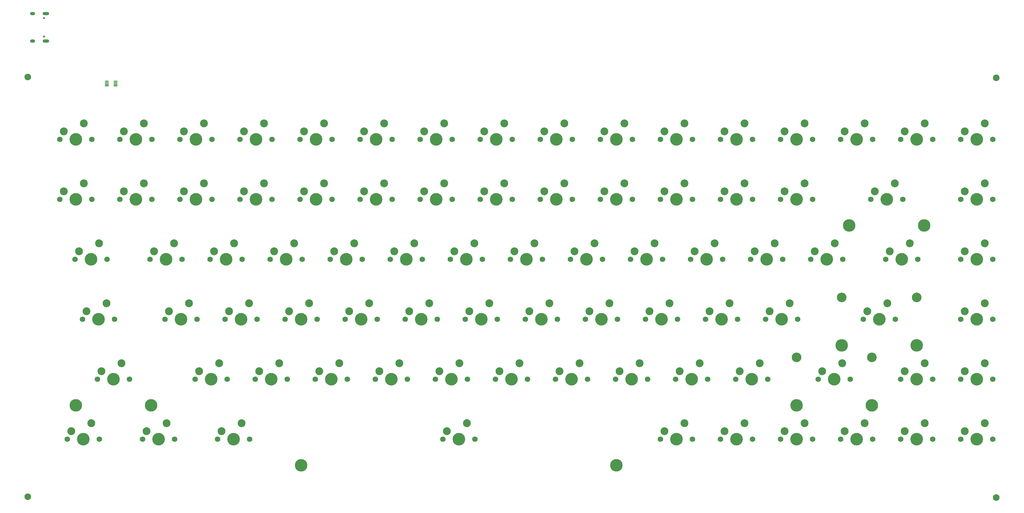
<source format=gbr>
%TF.GenerationSoftware,KiCad,Pcbnew,9.0.3*%
%TF.CreationDate,2025-12-04T16:15:47+02:00*%
%TF.ProjectId,MyCustom_75Keeb,4d794375-7374-46f6-9d5f-37354b656562,2.0.0*%
%TF.SameCoordinates,Original*%
%TF.FileFunction,Soldermask,Top*%
%TF.FilePolarity,Negative*%
%FSLAX46Y46*%
G04 Gerber Fmt 4.6, Leading zero omitted, Abs format (unit mm)*
G04 Created by KiCad (PCBNEW 9.0.3) date 2025-12-04 16:15:47*
%MOMM*%
%LPD*%
G01*
G04 APERTURE LIST*
G04 Aperture macros list*
%AMRoundRect*
0 Rectangle with rounded corners*
0 $1 Rounding radius*
0 $2 $3 $4 $5 $6 $7 $8 $9 X,Y pos of 4 corners*
0 Add a 4 corners polygon primitive as box body*
4,1,4,$2,$3,$4,$5,$6,$7,$8,$9,$2,$3,0*
0 Add four circle primitives for the rounded corners*
1,1,$1+$1,$2,$3*
1,1,$1+$1,$4,$5*
1,1,$1+$1,$6,$7*
1,1,$1+$1,$8,$9*
0 Add four rect primitives between the rounded corners*
20,1,$1+$1,$2,$3,$4,$5,0*
20,1,$1+$1,$4,$5,$6,$7,0*
20,1,$1+$1,$6,$7,$8,$9,0*
20,1,$1+$1,$8,$9,$2,$3,0*%
G04 Aperture macros list end*
%ADD10C,1.750000*%
%ADD11C,4.000000*%
%ADD12C,2.500000*%
%ADD13C,3.987800*%
%ADD14C,2.100000*%
%ADD15C,3.048000*%
%ADD16RoundRect,0.087500X0.537500X0.087500X-0.537500X0.087500X-0.537500X-0.087500X0.537500X-0.087500X0*%
%ADD17C,0.650000*%
%ADD18O,1.600000X1.000000*%
%ADD19O,2.100000X1.000000*%
G04 APERTURE END LIST*
D10*
%TO.C,SW70*%
X228282500Y-114300000D03*
D11*
X233362500Y-114300000D03*
D10*
X238442500Y-114300000D03*
D12*
X229552500Y-111760000D03*
X235902500Y-109220000D03*
%TD*%
D10*
%TO.C,SW81*%
X261620000Y-133350000D03*
D11*
X266700000Y-133350000D03*
D10*
X271780000Y-133350000D03*
D12*
X262890000Y-130810000D03*
X269240000Y-128270000D03*
%TD*%
D10*
%TO.C,SW19*%
X71120000Y-57150000D03*
D11*
X76200000Y-57150000D03*
D10*
X81280000Y-57150000D03*
D12*
X72390000Y-54610000D03*
X78740000Y-52070000D03*
%TD*%
D10*
%TO.C,SW66*%
X152082500Y-114300000D03*
D11*
X157162500Y-114300000D03*
D10*
X162242500Y-114300000D03*
D12*
X153352500Y-111760000D03*
X159702500Y-109220000D03*
%TD*%
D10*
%TO.C,SW65*%
X133032500Y-114300000D03*
D11*
X138112500Y-114300000D03*
D10*
X143192500Y-114300000D03*
D12*
X134302500Y-111760000D03*
X140652500Y-109220000D03*
%TD*%
D10*
%TO.C,SW33*%
X61595000Y-76200000D03*
D11*
X66675000Y-76200000D03*
D10*
X71755000Y-76200000D03*
D12*
X62865000Y-73660000D03*
X69215000Y-71120000D03*
%TD*%
D10*
%TO.C,SW56*%
X218757500Y-95250000D03*
D11*
X223837500Y-95250000D03*
D10*
X228917500Y-95250000D03*
D12*
X220027500Y-92710000D03*
X226377500Y-90170000D03*
%TD*%
D10*
%TO.C,SW3*%
X71120000Y-38100000D03*
D11*
X76200000Y-38100000D03*
D10*
X81280000Y-38100000D03*
D12*
X72390000Y-35560000D03*
X78740000Y-33020000D03*
%TD*%
D10*
%TO.C,SW77*%
X83026250Y-133350000D03*
D11*
X88106250Y-133350000D03*
D10*
X93186250Y-133350000D03*
D12*
X84296250Y-130810000D03*
X90646250Y-128270000D03*
%TD*%
D10*
%TO.C,SW11*%
X223520000Y-38100000D03*
D11*
X228600000Y-38100000D03*
D10*
X233680000Y-38100000D03*
D12*
X224790000Y-35560000D03*
X231140000Y-33020000D03*
%TD*%
D10*
%TO.C,SW15*%
X299720000Y-38100000D03*
D11*
X304800000Y-38100000D03*
D10*
X309880000Y-38100000D03*
D12*
X300990000Y-35560000D03*
X307340000Y-33020000D03*
%TD*%
D10*
%TO.C,SW29*%
X261620000Y-57150000D03*
D11*
X266700000Y-57150000D03*
D10*
X271780000Y-57150000D03*
D12*
X262890000Y-54610000D03*
X269240000Y-52070000D03*
%TD*%
D10*
%TO.C,SW32*%
X37782500Y-76200000D03*
D11*
X42862500Y-76200000D03*
D10*
X47942500Y-76200000D03*
D12*
X39052500Y-73660000D03*
X45402500Y-71120000D03*
%TD*%
D10*
%TO.C,SW44*%
X271145000Y-76200000D03*
D11*
X276225000Y-76200000D03*
D10*
X281305000Y-76200000D03*
D12*
X272415000Y-73660000D03*
X278765000Y-71120000D03*
%TD*%
D13*
%TO.C,S6*%
X283368750Y-65405000D03*
X307181250Y-65405000D03*
%TD*%
D10*
%TO.C,SW40*%
X194945000Y-76200000D03*
D11*
X200025000Y-76200000D03*
D10*
X205105000Y-76200000D03*
D12*
X196215000Y-73660000D03*
X202565000Y-71120000D03*
%TD*%
D10*
%TO.C,SW71*%
X247332500Y-114300000D03*
D11*
X252412500Y-114300000D03*
D10*
X257492500Y-114300000D03*
D12*
X248602500Y-111760000D03*
X254952500Y-109220000D03*
%TD*%
D10*
%TO.C,SW30*%
X290195000Y-57150000D03*
D11*
X295275000Y-57150000D03*
D10*
X300355000Y-57150000D03*
D12*
X291465000Y-54610000D03*
X297815000Y-52070000D03*
%TD*%
D10*
%TO.C,SW1*%
X33020000Y-38100000D03*
D11*
X38100000Y-38100000D03*
D10*
X43180000Y-38100000D03*
D12*
X34290000Y-35560000D03*
X40640000Y-33020000D03*
%TD*%
D10*
%TO.C,SW12*%
X242570000Y-38100000D03*
D11*
X247650000Y-38100000D03*
D10*
X252730000Y-38100000D03*
D12*
X243840000Y-35560000D03*
X250190000Y-33020000D03*
%TD*%
D10*
%TO.C,SW47*%
X40163750Y-95250000D03*
D11*
X45243750Y-95250000D03*
D10*
X50323750Y-95250000D03*
D12*
X41433750Y-92710000D03*
X47783750Y-90170000D03*
%TD*%
D10*
%TO.C,SW73*%
X299720000Y-114300000D03*
D11*
X304800000Y-114300000D03*
D10*
X309880000Y-114300000D03*
D12*
X300990000Y-111760000D03*
X307340000Y-109220000D03*
%TD*%
D10*
%TO.C,SW54*%
X180657500Y-95250000D03*
D11*
X185737500Y-95250000D03*
D10*
X190817500Y-95250000D03*
D12*
X181927500Y-92710000D03*
X188277500Y-90170000D03*
%TD*%
D14*
%TO.C,H4*%
X22862446Y-151585029D03*
%TD*%
D13*
%TO.C,S2*%
X38100000Y-122555000D03*
X61912500Y-122555000D03*
%TD*%
D10*
%TO.C,SW74*%
X318770000Y-114300000D03*
D11*
X323850000Y-114300000D03*
D10*
X328930000Y-114300000D03*
D12*
X320040000Y-111760000D03*
X326390000Y-109220000D03*
%TD*%
D10*
%TO.C,SW59*%
X287813750Y-95250000D03*
D11*
X292893750Y-95250000D03*
D10*
X297973750Y-95250000D03*
D12*
X289083750Y-92710000D03*
X295433750Y-90170000D03*
%TD*%
D10*
%TO.C,SW26*%
X204470000Y-57150000D03*
D11*
X209550000Y-57150000D03*
D10*
X214630000Y-57150000D03*
D12*
X205740000Y-54610000D03*
X212090000Y-52070000D03*
%TD*%
D10*
%TO.C,SW23*%
X147320000Y-57150000D03*
D11*
X152400000Y-57150000D03*
D10*
X157480000Y-57150000D03*
D12*
X148590000Y-54610000D03*
X154940000Y-52070000D03*
%TD*%
D10*
%TO.C,SW37*%
X137795000Y-76200000D03*
D11*
X142875000Y-76200000D03*
D10*
X147955000Y-76200000D03*
D12*
X139065000Y-73660000D03*
X145415000Y-71120000D03*
%TD*%
D10*
%TO.C,SW2*%
X52070000Y-38100000D03*
D11*
X57150000Y-38100000D03*
D10*
X62230000Y-38100000D03*
D12*
X53340000Y-35560000D03*
X59690000Y-33020000D03*
%TD*%
D10*
%TO.C,SW43*%
X252095000Y-76200000D03*
D11*
X257175000Y-76200000D03*
D10*
X262255000Y-76200000D03*
D12*
X253365000Y-73660000D03*
X259715000Y-71120000D03*
%TD*%
D10*
%TO.C,SW36*%
X118745000Y-76200000D03*
D11*
X123825000Y-76200000D03*
D10*
X128905000Y-76200000D03*
D12*
X120015000Y-73660000D03*
X126365000Y-71120000D03*
%TD*%
D10*
%TO.C,SW20*%
X90170000Y-57150000D03*
D11*
X95250000Y-57150000D03*
D10*
X100330000Y-57150000D03*
D12*
X91440000Y-54610000D03*
X97790000Y-52070000D03*
%TD*%
D10*
%TO.C,SW69*%
X209232500Y-114300000D03*
D11*
X214312500Y-114300000D03*
D10*
X219392500Y-114300000D03*
D12*
X210502500Y-111760000D03*
X216852500Y-109220000D03*
%TD*%
D10*
%TO.C,SW4*%
X90170000Y-38100000D03*
D11*
X95250000Y-38100000D03*
D10*
X100330000Y-38100000D03*
D12*
X91440000Y-35560000D03*
X97790000Y-33020000D03*
%TD*%
D10*
%TO.C,SW46*%
X318770000Y-76200000D03*
D11*
X323850000Y-76200000D03*
D10*
X328930000Y-76200000D03*
D12*
X320040000Y-73660000D03*
X326390000Y-71120000D03*
%TD*%
D14*
%TO.C,H2*%
X330012446Y-151835029D03*
%TD*%
D10*
%TO.C,SW18*%
X52070000Y-57150000D03*
D11*
X57150000Y-57150000D03*
D10*
X62230000Y-57150000D03*
D12*
X53340000Y-54610000D03*
X59690000Y-52070000D03*
%TD*%
D10*
%TO.C,SW50*%
X104457500Y-95250000D03*
D11*
X109537500Y-95250000D03*
D10*
X114617500Y-95250000D03*
D12*
X105727500Y-92710000D03*
X112077500Y-90170000D03*
%TD*%
D10*
%TO.C,SW53*%
X161607500Y-95250000D03*
D11*
X166687500Y-95250000D03*
D10*
X171767500Y-95250000D03*
D12*
X162877500Y-92710000D03*
X169227500Y-90170000D03*
%TD*%
D10*
%TO.C,SW67*%
X171132500Y-114300000D03*
D11*
X176212500Y-114300000D03*
D10*
X181292500Y-114300000D03*
D12*
X172402500Y-111760000D03*
X178752500Y-109220000D03*
%TD*%
D15*
%TO.C,S5*%
X266700000Y-107315000D03*
D13*
X266700000Y-122555000D03*
D15*
X290512500Y-107315000D03*
D13*
X290512500Y-122555000D03*
%TD*%
D10*
%TO.C,SW35*%
X99695000Y-76200000D03*
D11*
X104775000Y-76200000D03*
D10*
X109855000Y-76200000D03*
D12*
X100965000Y-73660000D03*
X107315000Y-71120000D03*
%TD*%
D10*
%TO.C,SW38*%
X156845000Y-76200000D03*
D11*
X161925000Y-76200000D03*
D10*
X167005000Y-76200000D03*
D12*
X158115000Y-73660000D03*
X164465000Y-71120000D03*
%TD*%
D10*
%TO.C,SW17*%
X33020000Y-57150000D03*
D11*
X38100000Y-57150000D03*
D10*
X43180000Y-57150000D03*
D12*
X34290000Y-54610000D03*
X40640000Y-52070000D03*
%TD*%
D10*
%TO.C,SW60*%
X318770000Y-95250000D03*
D11*
X323850000Y-95250000D03*
D10*
X328930000Y-95250000D03*
D12*
X320040000Y-92710000D03*
X326390000Y-90170000D03*
%TD*%
D10*
%TO.C,SW28*%
X242570000Y-57150000D03*
D11*
X247650000Y-57150000D03*
D10*
X252730000Y-57150000D03*
D12*
X243840000Y-54610000D03*
X250190000Y-52070000D03*
%TD*%
D10*
%TO.C,SW21*%
X109220000Y-57150000D03*
D11*
X114300000Y-57150000D03*
D10*
X119380000Y-57150000D03*
D12*
X110490000Y-54610000D03*
X116840000Y-52070000D03*
%TD*%
D10*
%TO.C,SW68*%
X190182500Y-114300000D03*
D11*
X195262500Y-114300000D03*
D10*
X200342500Y-114300000D03*
D12*
X191452500Y-111760000D03*
X197802500Y-109220000D03*
%TD*%
D10*
%TO.C,SW41*%
X213995000Y-76200000D03*
D11*
X219075000Y-76200000D03*
D10*
X224155000Y-76200000D03*
D12*
X215265000Y-73660000D03*
X221615000Y-71120000D03*
%TD*%
D10*
%TO.C,SW55*%
X199707500Y-95250000D03*
D11*
X204787500Y-95250000D03*
D10*
X209867500Y-95250000D03*
D12*
X200977500Y-92710000D03*
X207327500Y-90170000D03*
%TD*%
D10*
%TO.C,SW58*%
X256857500Y-95250000D03*
D11*
X261937500Y-95250000D03*
D10*
X267017500Y-95250000D03*
D12*
X258127500Y-92710000D03*
X264477500Y-90170000D03*
%TD*%
D10*
%TO.C,SW64*%
X113982500Y-114300000D03*
D11*
X119062500Y-114300000D03*
D10*
X124142500Y-114300000D03*
D12*
X115252500Y-111760000D03*
X121602500Y-109220000D03*
%TD*%
D15*
%TO.C,S7*%
X280987500Y-88265000D03*
D13*
X280987500Y-103505000D03*
D15*
X304800000Y-88265000D03*
D13*
X304800000Y-103505000D03*
%TD*%
D10*
%TO.C,SW63*%
X94932500Y-114300000D03*
D11*
X100012500Y-114300000D03*
D10*
X105092500Y-114300000D03*
D12*
X96202500Y-111760000D03*
X102552500Y-109220000D03*
%TD*%
D10*
%TO.C,SW13*%
X261620000Y-38100000D03*
D11*
X266700000Y-38100000D03*
D10*
X271780000Y-38100000D03*
D12*
X262890000Y-35560000D03*
X269240000Y-33020000D03*
%TD*%
D10*
%TO.C,SW39*%
X175895000Y-76200000D03*
D11*
X180975000Y-76200000D03*
D10*
X186055000Y-76200000D03*
D12*
X177165000Y-73660000D03*
X183515000Y-71120000D03*
%TD*%
D10*
%TO.C,SW61*%
X44926250Y-114300000D03*
D11*
X50006250Y-114300000D03*
D10*
X55086250Y-114300000D03*
D12*
X46196250Y-111760000D03*
X52546250Y-109220000D03*
%TD*%
D10*
%TO.C,SW48*%
X66357500Y-95250000D03*
D11*
X71437500Y-95250000D03*
D10*
X76517500Y-95250000D03*
D12*
X67627500Y-92710000D03*
X73977500Y-90170000D03*
%TD*%
D10*
%TO.C,SW82*%
X280670000Y-133350000D03*
D11*
X285750000Y-133350000D03*
D10*
X290830000Y-133350000D03*
D12*
X281940000Y-130810000D03*
X288290000Y-128270000D03*
%TD*%
D10*
%TO.C,SW52*%
X142557500Y-95250000D03*
D11*
X147637500Y-95250000D03*
D10*
X152717500Y-95250000D03*
D12*
X143827500Y-92710000D03*
X150177500Y-90170000D03*
%TD*%
D10*
%TO.C,SW25*%
X185420000Y-57150000D03*
D11*
X190500000Y-57150000D03*
D10*
X195580000Y-57150000D03*
D12*
X186690000Y-54610000D03*
X193040000Y-52070000D03*
%TD*%
D10*
%TO.C,SW24*%
X166370000Y-57150000D03*
D11*
X171450000Y-57150000D03*
D10*
X176530000Y-57150000D03*
D12*
X167640000Y-54610000D03*
X173990000Y-52070000D03*
%TD*%
D10*
%TO.C,SW76*%
X59213750Y-133350000D03*
D11*
X64293750Y-133350000D03*
D10*
X69373750Y-133350000D03*
D12*
X60483750Y-130810000D03*
X66833750Y-128270000D03*
%TD*%
D10*
%TO.C,SW7*%
X147320000Y-38100000D03*
D11*
X152400000Y-38100000D03*
D10*
X157480000Y-38100000D03*
D12*
X148590000Y-35560000D03*
X154940000Y-33020000D03*
%TD*%
D10*
%TO.C,SW75*%
X35401250Y-133350000D03*
D11*
X40481250Y-133350000D03*
D10*
X45561250Y-133350000D03*
D12*
X36671250Y-130810000D03*
X43021250Y-128270000D03*
%TD*%
D10*
%TO.C,SW42*%
X233045000Y-76200000D03*
D11*
X238125000Y-76200000D03*
D10*
X243205000Y-76200000D03*
D12*
X234315000Y-73660000D03*
X240665000Y-71120000D03*
%TD*%
D13*
%TO.C,S1*%
X109537500Y-141605000D03*
X209550000Y-141605000D03*
%TD*%
D10*
%TO.C,SW83*%
X299720000Y-133350000D03*
D11*
X304800000Y-133350000D03*
D10*
X309880000Y-133350000D03*
D12*
X300990000Y-130810000D03*
X307340000Y-128270000D03*
%TD*%
D14*
%TO.C,H1*%
X330012446Y-18485029D03*
%TD*%
D10*
%TO.C,SW49*%
X85407500Y-95250000D03*
D11*
X90487500Y-95250000D03*
D10*
X95567500Y-95250000D03*
D12*
X86677500Y-92710000D03*
X93027500Y-90170000D03*
%TD*%
D10*
%TO.C,SW9*%
X185420000Y-38100000D03*
D11*
X190500000Y-38100000D03*
D10*
X195580000Y-38100000D03*
D12*
X186690000Y-35560000D03*
X193040000Y-33020000D03*
%TD*%
D10*
%TO.C,SW84*%
X318770000Y-133350000D03*
D11*
X323850000Y-133350000D03*
D10*
X328930000Y-133350000D03*
D12*
X320040000Y-130810000D03*
X326390000Y-128270000D03*
%TD*%
D10*
%TO.C,SW6*%
X128270000Y-38100000D03*
D11*
X133350000Y-38100000D03*
D10*
X138430000Y-38100000D03*
D12*
X129540000Y-35560000D03*
X135890000Y-33020000D03*
%TD*%
D10*
%TO.C,SW78*%
X154463750Y-133350000D03*
D11*
X159543750Y-133350000D03*
D10*
X164623750Y-133350000D03*
D12*
X155733750Y-130810000D03*
X162083750Y-128270000D03*
%TD*%
D10*
%TO.C,SW22*%
X128270000Y-57150000D03*
D11*
X133350000Y-57150000D03*
D10*
X138430000Y-57150000D03*
D12*
X129540000Y-54610000D03*
X135890000Y-52070000D03*
%TD*%
D10*
%TO.C,SW80*%
X242570000Y-133350000D03*
D11*
X247650000Y-133350000D03*
D10*
X252730000Y-133350000D03*
D12*
X243840000Y-130810000D03*
X250190000Y-128270000D03*
%TD*%
D10*
%TO.C,SW16*%
X318770000Y-38100000D03*
D11*
X323850000Y-38100000D03*
D10*
X328930000Y-38100000D03*
D12*
X320040000Y-35560000D03*
X326390000Y-33020000D03*
%TD*%
D14*
%TO.C,H3*%
X22812446Y-18235029D03*
%TD*%
D10*
%TO.C,SW8*%
X166370000Y-38100000D03*
D11*
X171450000Y-38100000D03*
D10*
X176530000Y-38100000D03*
D12*
X167640000Y-35560000D03*
X173990000Y-33020000D03*
%TD*%
D10*
%TO.C,SW34*%
X80645000Y-76200000D03*
D11*
X85725000Y-76200000D03*
D10*
X90805000Y-76200000D03*
D12*
X81915000Y-73660000D03*
X88265000Y-71120000D03*
%TD*%
D10*
%TO.C,SW62*%
X75882500Y-114300000D03*
D11*
X80962500Y-114300000D03*
D10*
X86042500Y-114300000D03*
D12*
X77152500Y-111760000D03*
X83502500Y-109220000D03*
%TD*%
D10*
%TO.C,SW31*%
X318770000Y-57150000D03*
D11*
X323850000Y-57150000D03*
D10*
X328930000Y-57150000D03*
D12*
X320040000Y-54610000D03*
X326390000Y-52070000D03*
%TD*%
D10*
%TO.C,SW79*%
X223520000Y-133350000D03*
D11*
X228600000Y-133350000D03*
D10*
X233680000Y-133350000D03*
D12*
X224790000Y-130810000D03*
X231140000Y-128270000D03*
%TD*%
D10*
%TO.C,SW5*%
X109220000Y-38100000D03*
D11*
X114300000Y-38100000D03*
D10*
X119380000Y-38100000D03*
D12*
X110490000Y-35560000D03*
X116840000Y-33020000D03*
%TD*%
D10*
%TO.C,SW14*%
X280670000Y-38100000D03*
D11*
X285750000Y-38100000D03*
D10*
X290830000Y-38100000D03*
D12*
X281940000Y-35560000D03*
X288290000Y-33020000D03*
%TD*%
D10*
%TO.C,SW10*%
X204470000Y-38100000D03*
D11*
X209550000Y-38100000D03*
D10*
X214630000Y-38100000D03*
D12*
X205740000Y-35560000D03*
X212090000Y-33020000D03*
%TD*%
D10*
%TO.C,SW51*%
X123507500Y-95250000D03*
D11*
X128587500Y-95250000D03*
D10*
X133667500Y-95250000D03*
D12*
X124777500Y-92710000D03*
X131127500Y-90170000D03*
%TD*%
D10*
%TO.C,SW27*%
X223520000Y-57150000D03*
D11*
X228600000Y-57150000D03*
D10*
X233680000Y-57150000D03*
D12*
X224790000Y-54610000D03*
X231140000Y-52070000D03*
%TD*%
D16*
%TO.C,U2*%
X50662446Y-21085029D03*
X50662446Y-20585029D03*
X50662446Y-20085029D03*
X50662446Y-19585029D03*
X47862446Y-19585029D03*
X47862446Y-20085029D03*
X47862446Y-20585029D03*
X47862446Y-21085029D03*
%TD*%
D10*
%TO.C,SW45*%
X294957500Y-76200000D03*
D11*
X300037500Y-76200000D03*
D10*
X305117500Y-76200000D03*
D12*
X296227500Y-73660000D03*
X302577500Y-71120000D03*
%TD*%
D10*
%TO.C,SW72*%
X273526250Y-114300000D03*
D11*
X278606250Y-114300000D03*
D10*
X283686250Y-114300000D03*
D12*
X274796250Y-111760000D03*
X281146250Y-109220000D03*
%TD*%
D10*
%TO.C,SW57*%
X237807500Y-95250000D03*
D11*
X242887500Y-95250000D03*
D10*
X247967500Y-95250000D03*
D12*
X239077500Y-92710000D03*
X245427500Y-90170000D03*
%TD*%
D17*
%TO.C,J1*%
X28037446Y-5350029D03*
X28037446Y429971D03*
D18*
X24387446Y-6780029D03*
D19*
X28567446Y-6780029D03*
D18*
X24387446Y1859971D03*
D19*
X28567446Y1859971D03*
%TD*%
M02*

</source>
